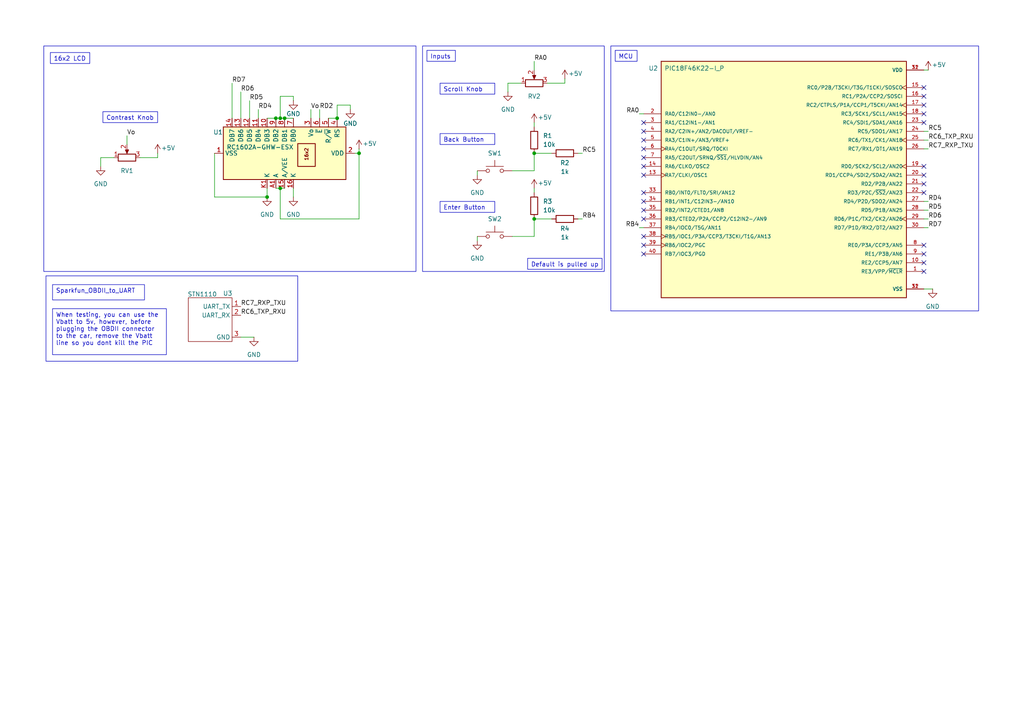
<source format=kicad_sch>
(kicad_sch (version 20250114) (generator "eeschema") (generator_version "9.0")
  (paper "A4")
  (lib_symbols
    (symbol "Device:R" (pin_numbers (hide yes)) (pin_names (offset 0))
      (property "Reference" "R" (at 2.032 0 90))
      (property "Value" "R" (at 0 0 90))
      (symbol "R_0_1"
        (rectangle (start -1.016 -2.54) (end 1.016 2.54) (stroke (width 0.254)))
      )
      (symbol "R_1_1"
        (pin passive line (at 0 3.81 270) (length 1.27) (name "~") (number "1"))
        (pin passive line (at 0 -3.81 90) (length 1.27) (name "~") (number "2"))
      )
    )
    (symbol "Device:R_Potentiometer" (pin_names (offset 1.016) (hide yes))
      (property "Reference" "RV" (at -4.445 0 90))
      (property "Value" "R_Potentiometer" (at -2.54 0 90))
      (symbol "R_Potentiometer_0_1"
        (rectangle (start 1.016 2.54) (end -1.016 -2.54) (stroke (width 0.254)))
        (polyline (pts (xy 1.143 0) (xy 2.286 0.508) (xy 2.286 -0.508) (xy 1.143 0)) (fill (type outline)))
        (polyline (pts (xy 2.54 0) (xy 1.524 0)))
      )
      (symbol "R_Potentiometer_1_1"
        (pin passive line (at 0 3.81 270) (length 1.27) (name "1") (number "1"))
        (pin passive line (at 0 -3.81 90) (length 1.27) (name "3") (number "3"))
        (pin passive line (at 3.81 0 180) (length 1.27) (name "2") (number "2"))
      )
    )
    (symbol "Display_Character:RC1602A-GHW-ESX"
      (property "Reference" "U" (at -5.842 19.05 0))
      (property "Value" "RC1602A-GHW-ESX" (at 3.81 19.05 0))
      (symbol "RC1602A-GHW-ESX_0_0"
        (rectangle (start -2.794 8.89) (end 3.81 3.81) (stroke (width 0.254)) (fill (type background)))
        (text "16x2" (at 0.254 6.35 0) (effects (font (size 0.9906 0.9906) (bold yes))))
      )
      (symbol "RC1602A-GHW-ESX_0_1"
        (rectangle (start -7.62 17.78) (end 7.62 -17.78) (stroke (width 0.254)) (fill (type background)))
      )
      (symbol "RC1602A-GHW-ESX_1_1"
        (pin input line (at -10.16 15.24 0) (length 2.54) (name "RS") (number "4"))
        (pin input line (at -10.16 12.7 0) (length 2.54) (name "R/~{W}") (number "5"))
        (pin input line (at -10.16 10.16 0) (length 2.54) (name "~{E}") (number "6"))
        (pin input line (at -10.16 7.62 0) (length 2.54) (name "Vo") (number "3"))
        (pin bidirectional line (at -10.16 2.54 0) (length 2.54) (name "DB0") (number "7"))
        (pin bidirectional line (at -10.16 0 0) (length 2.54) (name "DB1") (number "8"))
        (pin bidirectional line (at -10.16 -2.54 0) (length 2.54) (name "DB2") (number "9"))
        (pin bidirectional line (at -10.16 -5.08 0) (length 2.54) (name "DB3") (number "10"))
        (pin bidirectional line (at -10.16 -7.62 0) (length 2.54) (name "DB4") (number "11"))
        (pin bidirectional line (at -10.16 -10.16 0) (length 2.54) (name "DB5") (number "12"))
        (pin bidirectional line (at -10.16 -12.7 0) (length 2.54) (name "DB6") (number "13"))
        (pin bidirectional line (at -10.16 -15.24 0) (length 2.54) (name "DB7") (number "14"))
        (pin power_in line (at 0 20.32 270) (length 2.54) (name "VDD") (number "2"))
        (pin power_in line (at 0 -20.32 90) (length 2.54) (name "VSS") (number "1"))
        (pin passive line (at 10.16 2.54 180) (length 2.54) (name "K") (number "16"))
        (pin passive line (at 10.16 0 180) (length 2.54) (name "A/VEE") (number "15"))
        (pin passive line (at 10.16 -2.54 180) (length 2.54) (name "A") (number "A1"))
        (pin passive line (at 10.16 -5.08 180) (length 2.54) (name "K") (number "K1"))
      )
    )
    (symbol "OBDII_UART:STN1110"
      (property "Reference" "U3" (at 5.08 7.62 0))
      (property "Value" "STN1110" (at -2.286 7.366 0))
      (symbol "STN1110_0_1"
        (rectangle (start -6.35 6.35) (end 6.35 -6.35))
      )
      (symbol "STN1110_1_1"
        (pin output line (at 8.89 3.81 180) (length 2.54) (name "UART_TX") (number "1"))
        (pin input line (at 8.89 1.27 180) (length 2.54) (name "UART_RX") (number "2"))
        (pin passive line (at 8.89 -5.08 180) (length 2.54) (name "GND") (number "3"))
      )
    )
    (symbol "PIC18F46K22:PIC18F46K22-I_P" (pin_names (offset 1.016))
      (property "Reference" "U" (at -35.56 34.29 0))
      (property "Value" "PIC18F46K22-I_P" (at -35.56 -36.83 0))
      (symbol "PIC18F46K22-I_P_0_0"
        (rectangle (start -35.56 -35.56) (end 35.56 33.02) (stroke (width 0.254)) (fill (type background)))
        (pin bidirectional line (at -40.64 17.78 0) (length 5.08) (name "RA0/C12IN0-/AN0") (number "2"))
        (pin bidirectional line (at -40.64 15.24 0) (length 5.08) (name "RA1/C12IN1-/AN1") (number "3"))
        (pin bidirectional line (at -40.64 12.7 0) (length 5.08) (name "RA2/C2IN+/AN2/DACOUT/VREF-") (number "4"))
        (pin bidirectional line (at -40.64 10.16 0) (length 5.08) (name "RA3/C1IN+/AN3/VREF+") (number "5"))
        (pin bidirectional clock (at -40.64 7.62 0) (length 5.08) (name "RA4/C1OUT/SRQ/T0CKI") (number "6"))
        (pin bidirectional line (at -40.64 5.08 0) (length 5.08) (name "RA5/C2OUT/SRNQ/~{SS1}/HLVDIN/AN4") (number "7"))
        (pin bidirectional line (at -40.64 2.54 0) (length 5.08) (name "RA6/CLKO/OSC2") (number "14"))
        (pin bidirectional clock (at -40.64 0 0) (length 5.08) (name "RA7/CLKI/OSC1") (number "13"))
        (pin bidirectional line (at -40.64 -5.08 0) (length 5.08) (name "RB0/INT0/FLT0/SRI/AN12") (number "33"))
        (pin bidirectional line (at -40.64 -7.62 0) (length 5.08) (name "RB1/INT1/C12IN3-/AN10") (number "34"))
        (pin bidirectional line (at -40.64 -10.16 0) (length 5.08) (name "RB2/INT2/CTED1/AN8") (number "35"))
        (pin bidirectional line (at -40.64 -12.7 0) (length 5.08) (name "RB3/CTED2/P2A/CCP2/C12IN2-/AN9") (number "36"))
        (pin bidirectional line (at -40.64 -15.24 0) (length 5.08) (name "RB4/IOC0/T5G/AN11") (number "37"))
        (pin bidirectional clock (at -40.64 -17.78 0) (length 5.08) (name "RB5/IOC1/P3A/CCP3/T3CKI/T1G/AN13") (number "38"))
        (pin bidirectional clock (at -40.64 -20.32 0) (length 5.08) (name "RB6/IOC2/PGC") (number "39"))
        (pin bidirectional line (at -40.64 -22.86 0) (length 5.08) (name "RB7/IOC3/PGD") (number "40"))
        (pin power_in line (at 40.64 30.48 180) (length 5.08) (name "VDD") (number "11"))
        (pin power_in line (at 40.64 30.48 180) (length 5.08) (name "VDD") (number "32"))
        (pin bidirectional clock (at 40.64 25.4 180) (length 5.08) (name "RC0/P2B/T3CKI/T3G/T1CKI/SOSCO") (number "15"))
        (pin bidirectional line (at 40.64 22.86 180) (length 5.08) (name "RC1/P2A/CCP2/SOSCI") (number "16"))
        (pin bidirectional clock (at 40.64 20.32 180) (length 5.08) (name "RC2/CTPLS/P1A/CCP1/T5CKI/AN14") (number "17"))
        (pin bidirectional clock (at 40.64 17.78 180) (length 5.08) (name "RC3/SCK1/SCL1/AN15") (number "18"))
        (pin bidirectional line (at 40.64 15.24 180) (length 5.08) (name "RC4/SDI1/SDA1/AN16") (number "23"))
        (pin bidirectional line (at 40.64 12.7 180) (length 5.08) (name "RC5/SDO1/AN17") (number "24"))
        (pin bidirectional clock (at 40.64 10.16 180) (length 5.08) (name "RC6/TX1/CK1/AN18") (number "25"))
        (pin bidirectional line (at 40.64 7.62 180) (length 5.08) (name "RC7/RX1/DT1/AN19") (number "26"))
        (pin bidirectional clock (at 40.64 2.54 180) (length 5.08) (name "RD0/SCK2/SCL2/AN20") (number "19"))
        (pin bidirectional line (at 40.64 0 180) (length 5.08) (name "RD1/CCP4/SDI2/SDA2/AN21") (number "20"))
        (pin bidirectional line (at 40.64 -2.54 180) (length 5.08) (name "RD2/P2B/AN22") (number "21"))
        (pin bidirectional line (at 40.64 -5.08 180) (length 5.08) (name "RD3/P2C/~{SS2}/AN23") (number "22"))
        (pin bidirectional line (at 40.64 -7.62 180) (length 5.08) (name "RD4/P2D/SDO2/AN24") (number "27"))
        (pin bidirectional line (at 40.64 -10.16 180) (length 5.08) (name "RD5/P1B/AN25") (number "28"))
        (pin bidirectional clock (at 40.64 -12.7 180) (length 5.08) (name "RD6/P1C/TX2/CK2/AN26") (number "29"))
        (pin bidirectional line (at 40.64 -15.24 180) (length 5.08) (name "RD7/P1D/RX2/DT2/AN27") (number "30"))
        (pin bidirectional line (at 40.64 -20.32 180) (length 5.08) (name "RE0/P3A/CCP3/AN5") (number "8"))
        (pin bidirectional line (at 40.64 -22.86 180) (length 5.08) (name "RE1/P3B/AN6") (number "9"))
        (pin bidirectional line (at 40.64 -25.4 180) (length 5.08) (name "RE2/CCP5/AN7") (number "10"))
        (pin bidirectional line (at 40.64 -27.94 180) (length 5.08) (name "RE3/VPP/~{MCLR}") (number "1"))
        (pin power_in line (at 40.64 -33.02 180) (length 5.08) (name "VSS") (number "12"))
        (pin power_in line (at 40.64 -33.02 180) (length 5.08) (name "VSS") (number "31"))
      )
    )
    (symbol "Switch:SW_MEC_5G" (pin_numbers (hide yes)) (pin_names (offset 1.016) (hide yes))
      (property "Reference" "SW" (at 1.27 2.54 0))
      (property "Value" "SW_MEC_5G" (at 0 -1.524 0))
      (symbol "SW_MEC_5G_0_1"
        (circle (center -2.032 0) (radius 0.508))
        (polyline (pts (xy 0 1.27) (xy 0 3.048)))
        (circle (center 2.032 0) (radius 0.508))
        (polyline (pts (xy 2.54 1.27) (xy -2.54 1.27)))
        (pin passive line (at -5.08 0 0) (length 2.54) (name "A") (number "1"))
        (pin passive line (at 5.08 0 180) (length 2.54) (name "B") (number "3"))
      )
      (symbol "SW_MEC_5G_1_1"
        (pin passive line (at -5.08 0 0) (length 2.54) (hide yes) (name "A") (number "2"))
        (pin passive line (at 5.08 0 180) (length 2.54) (hide yes) (name "B") (number "4"))
      )
    )
    (symbol "power:+5V" (power) (pin_numbers (hide yes)) (pin_names (offset 0) (hide yes))
      (property "Value" "+5V" (at 0 3.556 0))
      (symbol "+5V_0_1"
        (polyline (pts (xy -0.762 1.27) (xy 0 2.54)))
        (polyline (pts (xy 0 2.54) (xy 0.762 1.27)))
        (polyline (pts (xy 0 0) (xy 0 2.54)))
      )
      (symbol "+5V_1_1"
        (pin power_in line (at 0 0 90) (length 0) (name "~") (number "1"))
      )
    )
    (symbol "power:GND" (power) (pin_numbers (hide yes)) (pin_names (offset 0) (hide yes))
      (property "Value" "GND" (at 0 -3.81 0))
      (symbol "GND_0_1"
        (polyline (pts (xy 0 0) (xy 0 -1.27) (xy 1.27 -1.27) (xy 0 -2.54) (xy -1.27 -1.27) (xy 0 -1.27)))
      )
      (symbol "GND_1_1"
        (pin power_in line (at 0 0 270) (length 0) (name "~") (number "1"))
      )
    )
  )
  (rectangle (start 122.555 13.335) (end 175.26 78.74))
  (rectangle (start 13.335 80.01) (end 86.36 104.775))
  (rectangle (start 12.7 13.335) (end 120.65 78.74))
  (rectangle (start 177.165 13.335) (end 283.845 90.17))
  (text_box "Back Button" (at 127.635 38.735 0) (size 15.875 3.175) (margins 0.9525 0.9525 0.9525 0.9525) (effects (font (size 1.27 1.27)) (justify left top)))
  (text_box "16x2 LCD" (at 14.605 15.24 0) (size 11.43 3.175) (margins 0.9525 0.9525 0.9525 0.9525) (effects (font (size 1.27 1.27)) (justify left top)))
  (text_box "When testing, you can use the Vbatt to 5v, however, before plugging the OBDII connector to the car, remove the Vbatt line so you dont kill the PIC" (at 15.24 89.535 0) (size 33.02 13.335) (margins 0.9525 0.9525 0.9525 0.9525) (effects (font (size 1.27 1.27)) (justify left top)))
  (text_box "Sparkfun_OBDII_to_UART" (at 15.24 82.55 0) (size 26.67 4.445) (margins 0.9525 0.9525 0.9525 0.9525) (effects (font (size 1.27 1.27)) (justify left top)))
  (text_box "Scroll Knob" (at 127.635 24.13 0) (size 15.875 3.175) (margins 0.9525 0.9525 0.9525 0.9525) (effects (font (size 1.27 1.27)) (justify left top)))
  (text_box "Inputs" (at 123.825 14.605 0) (size 8.255 3.175) (margins 0.9525 0.9525 0.9525 0.9525) (effects (font (size 1.27 1.27)) (justify left top)))
  (text_box "MCU\n" (at 178.435 14.605 0) (size 6.35 3.175) (margins 0.9525 0.9525 0.9525 0.9525) (effects (font (size 1.27 1.27)) (justify left top)))
  (text_box "Contrast Knob" (at 29.845 32.385 0) (size 15.875 3.175) (margins 0.9525 0.9525 0.9525 0.9525) (effects (font (size 1.27 1.27)) (justify left top)))
  (text_box "Enter Button" (at 127.635 58.42 0) (size 15.875 3.175) (margins 0.9525 0.9525 0.9525 0.9525) (effects (font (size 1.27 1.27)) (justify left top)))
  (text_box "Default is pulled up" (at 153.035 74.93 0) (size 21.59 3.175) (margins 0.9525 0.9525 0.9525 0.9525) (effects (font (size 1.27 1.27)) (justify left top)))
  (junction (at 154.94 63.5))
  (junction (at 97.79 34.29))
  (junction (at 80.01 34.29))
  (junction (at 154.94 44.45))
  (junction (at 104.14 44.45))
  (junction (at 81.28 34.29))
  (junction (at 77.47 57.15))
  (junction (at 81.28 54.61))
  (junction (at 82.55 34.29))
  (no_connect (at 267.97 30.48))
  (no_connect (at 267.97 27.94))
  (no_connect (at 186.69 35.56))
  (no_connect (at 267.97 35.56))
  (no_connect (at 267.97 25.4))
  (no_connect (at 267.97 50.8))
  (no_connect (at 267.97 53.34))
  (no_connect (at 267.97 73.66))
  (no_connect (at 186.69 63.5))
  (no_connect (at 186.69 40.64))
  (no_connect (at 267.97 71.12))
  (no_connect (at 186.69 48.26))
  (no_connect (at 186.69 60.96))
  (no_connect (at 186.69 43.18))
  (no_connect (at 267.97 33.02))
  (no_connect (at 267.97 78.74))
  (no_connect (at 186.69 38.1))
  (no_connect (at 186.69 58.42))
  (no_connect (at 267.97 48.26))
  (no_connect (at 186.69 68.58))
  (no_connect (at 186.69 71.12))
  (no_connect (at 267.97 76.2))
  (no_connect (at 267.97 55.88))
  (no_connect (at 186.69 73.66))
  (no_connect (at 186.69 45.72))
  (no_connect (at 186.69 55.88))
  (no_connect (at 186.69 50.8))
  (wire (pts (xy 167.64 44.45) (xy 168.91 44.45)))
  (wire (pts (xy 74.93 31.75) (xy 74.93 34.29)))
  (wire (pts (xy 97.79 34.29) (xy 97.79 30.48)))
  (wire (pts (xy 267.97 43.18) (xy 269.24 43.18)))
  (wire (pts (xy 69.85 97.79) (xy 73.66 97.79)))
  (wire (pts (xy 36.83 39.37) (xy 36.83 41.91)))
  (wire (pts (xy 33.02 45.72) (xy 29.21 45.72)))
  (wire (pts (xy 45.72 44.45) (xy 45.72 45.72)))
  (wire (pts (xy 90.17 31.75) (xy 90.17 34.29)))
  (wire (pts (xy 269.24 40.64) (xy 267.97 40.64)))
  (wire (pts (xy 269.24 60.96) (xy 267.97 60.96)))
  (wire (pts (xy 138.43 68.58) (xy 138.43 69.85)))
  (wire (pts (xy 269.24 63.5) (xy 267.97 63.5)))
  (wire (pts (xy 29.21 45.72) (xy 29.21 48.26)))
  (wire (pts (xy 81.28 63.5) (xy 104.14 63.5)))
  (wire (pts (xy 77.47 57.15) (xy 62.23 57.15)))
  (wire (pts (xy 267.97 20.32) (xy 269.24 20.32)))
  (wire (pts (xy 267.97 83.82) (xy 270.51 83.82)))
  (wire (pts (xy 81.28 54.61) (xy 82.55 54.61)))
  (wire (pts (xy 67.31 24.13) (xy 67.31 34.29)))
  (wire (pts (xy 147.32 24.13) (xy 147.32 26.67)))
  (wire (pts (xy 77.47 34.29) (xy 80.01 34.29)))
  (wire (pts (xy 97.79 30.48) (xy 101.6 30.48)))
  (wire (pts (xy 104.14 44.45) (xy 102.87 44.45)))
  (wire (pts (xy 185.42 66.04) (xy 186.69 66.04)))
  (wire (pts (xy 81.28 54.61) (xy 81.28 63.5)))
  (wire (pts (xy 69.85 26.67) (xy 69.85 34.29)))
  (wire (pts (xy 101.6 30.48) (xy 101.6 31.75)))
  (wire (pts (xy 80.01 54.61) (xy 81.28 54.61)))
  (wire (pts (xy 81.28 34.29) (xy 82.55 34.29)))
  (wire (pts (xy 269.24 58.42) (xy 267.97 58.42)))
  (wire (pts (xy 154.94 44.45) (xy 160.02 44.45)))
  (wire (pts (xy 81.28 34.29) (xy 81.28 27.94)))
  (wire (pts (xy 95.25 34.29) (xy 97.79 34.29)))
  (wire (pts (xy 154.94 17.78) (xy 154.94 20.32)))
  (wire (pts (xy 104.14 63.5) (xy 104.14 44.45)))
  (wire (pts (xy 104.14 43.18) (xy 104.14 44.45)))
  (wire (pts (xy 154.94 54.61) (xy 154.94 55.88)))
  (wire (pts (xy 163.83 22.86) (xy 163.83 24.13)))
  (wire (pts (xy 82.55 34.29) (xy 85.09 34.29)))
  (wire (pts (xy 167.64 63.5) (xy 168.91 63.5)))
  (wire (pts (xy 154.94 68.58) (xy 148.59 68.58)))
  (wire (pts (xy 72.39 29.21) (xy 72.39 34.29)))
  (wire (pts (xy 40.64 45.72) (xy 45.72 45.72)))
  (wire (pts (xy 269.24 66.04) (xy 267.97 66.04)))
  (wire (pts (xy 77.47 54.61) (xy 77.47 57.15)))
  (wire (pts (xy 154.94 44.45) (xy 154.94 49.53)))
  (wire (pts (xy 154.94 49.53) (xy 148.59 49.53)))
  (wire (pts (xy 92.71 31.75) (xy 92.71 34.29)))
  (wire (pts (xy 138.43 49.53) (xy 138.43 50.8)))
  (wire (pts (xy 85.09 27.94) (xy 85.09 29.21)))
  (wire (pts (xy 269.24 38.1) (xy 267.97 38.1)))
  (wire (pts (xy 81.28 27.94) (xy 85.09 27.94)))
  (wire (pts (xy 185.42 33.02) (xy 186.69 33.02)))
  (wire (pts (xy 154.94 63.5) (xy 154.94 68.58)))
  (wire (pts (xy 85.09 54.61) (xy 85.09 57.15)))
  (wire (pts (xy 158.75 24.13) (xy 163.83 24.13)))
  (wire (pts (xy 62.23 57.15) (xy 62.23 44.45)))
  (wire (pts (xy 80.01 34.29) (xy 81.28 34.29)))
  (wire (pts (xy 151.13 24.13) (xy 147.32 24.13)))
  (wire (pts (xy 154.94 63.5) (xy 160.02 63.5)))
  (wire (pts (xy 154.94 35.56) (xy 154.94 36.83)))
  (label "RD7" (at 269.24 66.04 0))
  (label "RB4" (at 185.42 66.04 180))
  (label "RC6_TXP_RXU" (at 269.24 40.64 0))
  (label "RD4" (at 269.24 58.42 0))
  (label "RC6_TXP_RXU" (at 69.85 91.44 0))
  (label "RD6" (at 269.24 63.5 0))
  (label "RD5" (at 269.24 60.96 0))
  (label "RD7" (at 67.31 24.13 0))
  (label "RD5" (at 72.39 29.21 0))
  (label "Vo" (at 90.17 31.75 0))
  (label "RC7_RXP_TXU" (at 269.24 43.18 0))
  (label "RA0" (at 185.42 33.02 180))
  (label "RD4" (at 74.93 31.75 0))
  (label "Vo" (at 36.83 39.37 0))
  (label "RC5" (at 168.91 44.45 0))
  (label "RC5" (at 269.24 38.1 0))
  (label "RB4" (at 168.91 63.5 0))
  (label "RD6" (at 69.85 26.67 0))
  (label "RA0" (at 154.94 17.78 0))
  (label "RD2" (at 92.71 31.75 0))
  (label "RC7_RXP_TXU" (at 69.85 88.9 0))
  (symbol (lib_id "power:GND") (at 85.09 29.21 0) (unit 1)
    (property "Reference" "#PWR07" (effects (hide yes)))
    (property "Value" "GND" (at 85.09 33.02 0))
    (property "Description" "Power symbol creates a global label with name \"GND\" , ground" (effects (hide yes)))
  )
  (symbol (lib_id "power:GND") (at 138.43 69.85 0) (unit 1)
    (property "Reference" "#PWR012" (effects (hide yes)))
    (property "Value" "GND" (at 138.43 74.93 0))
    (property "Description" "Power symbol creates a global label with name \"GND\" , ground" (effects (hide yes)))
  )
  (symbol (lib_id "Device:R") (at 154.94 40.64 0) (unit 1)
    (property "Reference" "R1" (at 157.48 39.3699 0) (effects (justify left)))
    (property "Value" "10k" (at 157.48 41.9099 0) (effects (justify left)))
    (property "Description" "Resistor" (effects (hide yes)))
  )
  (symbol (lib_id "power:GND") (at 29.21 48.26 0) (unit 1)
    (property "Reference" "#PWR03" (effects (hide yes)))
    (property "Value" "GND" (at 29.21 53.34 0))
    (property "Description" "Power symbol creates a global label with name \"GND\" , ground" (effects (hide yes)))
  )
  (symbol (lib_id "Switch:SW_MEC_5G") (at 143.51 68.58 0) (unit 1)
    (property "Reference" "SW2" (at 143.51 63.5 0))
    (property "Value" "SW_MEC_5G" (effects (hide yes)))
    (property "Footprint" "Button_Switch_SMD:SW_SPST_CK_KMS2xxGP" (effects (hide yes)))
    (property "Datasheet" "http://www.apem.com/int/index.php?controller=attachment&id_attachment=488" (effects (hide yes)))
    (property "Description" "MEC 5G single pole normally-open tactile switch" (effects (hide yes)))
  )
  (symbol (lib_id "power:+5V") (at 154.94 54.61 0) (unit 1)
    (property "Reference" "#PWR013" (effects (hide yes)))
    (property "Value" "+5V" (at 157.988 53.086 0))
    (property "Description" "Power symbol creates a global label with name \"+5V\"" (effects (hide yes)))
  )
  (symbol (lib_id "Device:R") (at 163.83 44.45 90) (unit 1)
    (property "Reference" "R2" (at 163.83 47.244 90))
    (property "Value" "1k" (at 163.83 49.784 90))
    (property "Description" "Resistor" (effects (hide yes)))
  )
  (symbol (lib_id "power:GND") (at 73.66 97.79 0) (unit 1)
    (property "Reference" "#PWR016" (effects (hide yes)))
    (property "Value" "GND" (at 73.66 102.87 0))
    (property "Description" "Power symbol creates a global label with name \"GND\" , ground" (effects (hide yes)))
  )
  (symbol (lib_id "power:+5V") (at 104.14 43.18 0) (unit 1)
    (property "Reference" "#PWR04" (effects (hide yes)))
    (property "Value" "+5V" (at 107.188 41.656 0))
    (property "Description" "Power symbol creates a global label with name \"+5V\"" (effects (hide yes)))
  )
  (symbol (lib_id "Device:R_Potentiometer") (at 154.94 24.13 90) (unit 1)
    (property "Reference" "RV2" (at 154.94 27.94 90))
    (property "Value" "R_Potentiometer" (effects (hide yes)))
    (property "Description" "Potentiometer" (effects (hide yes)))
  )
  (symbol (lib_id "Device:R") (at 154.94 59.69 0) (unit 1)
    (property "Reference" "R3" (at 157.48 58.4199 0) (effects (justify left)))
    (property "Value" "10k" (at 157.48 60.9599 0) (effects (justify left)))
    (property "Description" "Resistor" (effects (hide yes)))
  )
  (symbol (lib_id "power:+5V") (at 45.72 44.45 0) (unit 1)
    (property "Reference" "#PWR05" (effects (hide yes)))
    (property "Value" "+5V" (at 48.768 42.926 0))
    (property "Description" "Power symbol creates a global label with name \"+5V\"" (effects (hide yes)))
  )
  (symbol (lib_id "OBDII_UART:STN1110") (at 60.96 92.71 0) (unit 1)
    (property "Reference" "U3" (at 66.04 85.09 0))
    (property "Value" "STN1110" (at 58.674 85.344 0))
    (property "Datasheet" "https://www.scantool.net/scantool/downloads/234/stn1100-frpm-preliminary.pdf?srsltid=AfmBOoo-ck3aRutfNohtRgrJahpXeoSJl7bUUqXrZD0vmXV2ENzVUR-f" (effects (hide yes)))
  )
  (symbol (lib_id "power:+5V") (at 269.24 20.32 0) (unit 1)
    (property "Reference" "#PWR015" (effects (hide yes)))
    (property "Value" "+5V" (at 272.288 18.796 0))
    (property "Description" "Power symbol creates a global label with name \"+5V\"" (effects (hide yes)))
  )
  (symbol (lib_id "power:GND") (at 138.43 50.8 0) (unit 1)
    (property "Reference" "#PWR011" (effects (hide yes)))
    (property "Value" "GND" (at 138.43 55.88 0))
    (property "Description" "Power symbol creates a global label with name \"GND\" , ground" (effects (hide yes)))
  )
  (symbol (lib_id "power:GND") (at 270.51 83.82 0) (unit 1)
    (property "Reference" "#PWR014" (effects (hide yes)))
    (property "Value" "GND" (at 270.51 88.9 0))
    (property "Description" "Power symbol creates a global label with name \"GND\" , ground" (effects (hide yes)))
  )
  (symbol (lib_id "Device:R_Potentiometer") (at 36.83 45.72 90) (unit 1)
    (property "Reference" "RV1" (at 36.83 49.53 90))
    (property "Value" "R_Potentiometer" (effects (hide yes)))
    (property "Description" "Potentiometer" (effects (hide yes)))
  )
  (symbol (lib_id "power:+5V") (at 154.94 35.56 0) (unit 1)
    (property "Reference" "#PWR010" (effects (hide yes)))
    (property "Value" "+5V" (at 157.988 34.036 0))
    (property "Description" "Power symbol creates a global label with name \"+5V\"" (effects (hide yes)))
  )
  (symbol (lib_id "power:GND") (at 147.32 26.67 0) (unit 1)
    (property "Reference" "#PWR08" (effects (hide yes)))
    (property "Value" "GND" (at 147.32 31.75 0))
    (property "Description" "Power symbol creates a global label with name \"GND\" , ground" (effects (hide yes)))
  )
  (symbol (lib_id "Device:R") (at 163.83 63.5 90) (unit 1)
    (property "Reference" "R4" (at 163.83 66.294 90))
    (property "Value" "1k" (at 163.83 68.834 90))
    (property "Description" "Resistor" (effects (hide yes)))
  )
  (symbol (lib_id "Switch:SW_MEC_5G") (at 143.51 49.53 0) (unit 1)
    (property "Reference" "SW1" (at 143.51 44.45 0))
    (property "Value" "SW_MEC_5G" (effects (hide yes)))
    (property "Footprint" "Button_Switch_SMD:SW_SPST_CK_KMS2xxGP" (effects (hide yes)))
    (property "Datasheet" "http://www.apem.com/int/index.php?controller=attachment&id_attachment=488" (effects (hide yes)))
    (property "Description" "MEC 5G single pole normally-open tactile switch" (effects (hide yes)))
  )
  (symbol (lib_id "Display_Character:RC1602A-GHW-ESX") (at 82.55 44.45 270) (unit 1)
    (property "Reference" "U1" (at 63.246 38.354 90))
    (property "Value" "RC1602A-GHW-ESX" (at 75.438 42.672 90))
    (property "Footprint" "Display:RC1602A" (effects (hide yes)))
    (property "Datasheet" "http://www.raystar-optronics.com/down.php?ProID=18" (effects (hide yes)))
    (property "Description" "LCD 16x2 Alphanumeric 16pin Gray Backlight" (effects (hide yes)))
  )
  (symbol (lib_id "power:GND") (at 77.47 57.15 0) (unit 1)
    (property "Reference" "#PWR01" (effects (hide yes)))
    (property "Value" "GND" (at 77.47 62.23 0))
    (property "Description" "Power symbol creates a global label with name \"GND\" , ground" (effects (hide yes)))
  )
  (symbol (lib_id "power:+5V") (at 163.83 22.86 0) (unit 1)
    (property "Reference" "#PWR09" (effects (hide yes)))
    (property "Value" "+5V" (at 166.878 21.336 0))
    (property "Description" "Power symbol creates a global label with name \"+5V\"" (effects (hide yes)))
  )
  (symbol (lib_id "power:GND") (at 101.6 31.75 0) (unit 1)
    (property "Reference" "#PWR06" (effects (hide yes)))
    (property "Value" "GND" (at 101.6 35.814 0))
    (property "Description" "Power symbol creates a global label with name \"GND\" , ground" (effects (hide yes)))
  )
  (symbol (lib_id "PIC18F46K22:PIC18F46K22-I_P") (at 227.33 50.8 0) (unit 1)
    (property "Reference" "U2" (at 189.484 19.812 0))
    (property "Value" "PIC18F46K22-I_P" (at 201.422 19.812 0))
    (property "Footprint" "PIC18F46K22-I_P:DIP1543W47P254L5321H635Q40" (effects (hide yes)))
    (property "Datasheet" "https://ww1.microchip.com/downloads/en/DeviceDoc/PIC18(L)F2X-4XK22-Data-Sheet-40001412H.pdf" (effects (hide yes)))
    (property "MF" "Microchip" (effects (hide yes)))
    (property "MAXIMUM_PACKAGE_HEIGHT" "6.35 mm" (effects (hide yes)))
    (property "Package" "DIP-40 Microchip" (effects (hide yes)))
    (property "Price" "None" (effects (hide yes)))
    (property "Check_prices" "https://www.snapeda.com/parts/PIC18F46K22-I/P/Microchip/view-part/?ref=eda" (effects (hide yes)))
    (property "STANDARD" "IPC 7351B" (effects (hide yes)))
    (property "PARTREV" "G" (effects (hide yes)))
    (property "SnapEDA_Link" "https://www.snapeda.com/parts/PIC18F46K22-I/P/Microchip/view-part/?ref=snap" (effects (hide yes)))
    (property "MP" "PIC18F46K22-I/P" (effects (hide yes)))
    (property "Description_1" "MCU, 64KB, 3968b-RAM, Flash,nanoWatt XLP | Microchip Technology Inc. PIC18F46K22-I/P" (effects (hide yes)))
    (property "Availability" "In Stock" (effects (hide yes)))
    (property "MANUFACTURER" "Microchip Technology" (effects (hide yes)))
  )
  (symbol (lib_id "power:GND") (at 85.09 57.15 0) (unit 1)
    (property "Reference" "#PWR02" (effects (hide yes)))
    (property "Value" "GND" (at 85.09 62.23 0))
    (property "Description" "Power symbol creates a global label with name \"GND\" , ground" (effects (hide yes)))
  )
)
</source>
